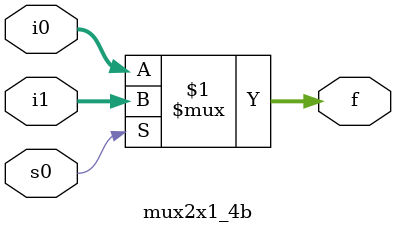
<source format=v>
/*
*mux2x1_4b
*multiplexador 2x1 da 2 bits
*/

module mux2x1_4b(i0,i1,s0,f);
	//descrição das entradas e das saídas 
	input [3:0] i0,i1;
	input s0;
	output [3:0] f;
	// funcionamento do circuito
	assign f = s0 ? i1 : i0;
endmodule
</source>
